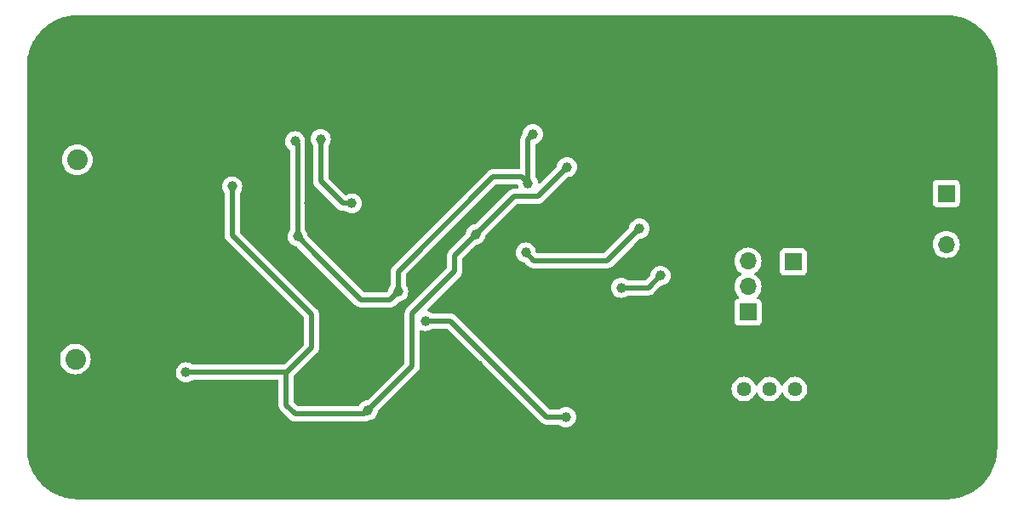
<source format=gbr>
%TF.GenerationSoftware,KiCad,Pcbnew,7.0.5*%
%TF.CreationDate,2023-08-07T14:42:52-07:00*%
%TF.ProjectId,TransimpedianceAmplifierV2,5472616e-7369-46d7-9065-6469616e6365,rev?*%
%TF.SameCoordinates,Original*%
%TF.FileFunction,Copper,L2,Bot*%
%TF.FilePolarity,Positive*%
%FSLAX46Y46*%
G04 Gerber Fmt 4.6, Leading zero omitted, Abs format (unit mm)*
G04 Created by KiCad (PCBNEW 7.0.5) date 2023-08-07 14:42:52*
%MOMM*%
%LPD*%
G01*
G04 APERTURE LIST*
%TA.AperFunction,ComponentPad*%
%ADD10C,2.050000*%
%TD*%
%TA.AperFunction,ComponentPad*%
%ADD11C,2.250000*%
%TD*%
%TA.AperFunction,ComponentPad*%
%ADD12C,5.600000*%
%TD*%
%TA.AperFunction,ComponentPad*%
%ADD13R,1.700000X1.700000*%
%TD*%
%TA.AperFunction,ComponentPad*%
%ADD14O,1.700000X1.700000*%
%TD*%
%TA.AperFunction,ComponentPad*%
%ADD15C,1.440000*%
%TD*%
%TA.AperFunction,ViaPad*%
%ADD16C,1.000000*%
%TD*%
%TA.AperFunction,Conductor*%
%ADD17C,0.500000*%
%TD*%
G04 APERTURE END LIST*
D10*
%TO.P,J3,1,Pin_1*%
%TO.N,/TransimpedanceFrontEnd/Input*%
X98806000Y-92710000D03*
D11*
%TO.P,J3,2,Pin_2*%
%TO.N,GND*%
X96266000Y-90170000D03*
X96266000Y-95250000D03*
X101346000Y-90170000D03*
X101346000Y-95250000D03*
%TD*%
D12*
%TO.P,J2,1,Pin_1*%
%TO.N,GND*%
X99060000Y-101600000D03*
%TD*%
D10*
%TO.P,J7,1,Pin_1*%
%TO.N,/OutputOffset/Output*%
X98983800Y-72847200D03*
D11*
%TO.P,J7,2,Pin_2*%
%TO.N,GND*%
X96443800Y-70307200D03*
X96443800Y-75387200D03*
X101523800Y-70307200D03*
X101523800Y-75387200D03*
%TD*%
D12*
%TO.P,J6,1,Pin_1*%
%TO.N,GND*%
X185420000Y-101600000D03*
%TD*%
D13*
%TO.P,J8,1,Pin_1*%
%TO.N,Net-(J8-Pin_1)*%
X185420000Y-76200000D03*
D14*
%TO.P,J8,2,Pin_2*%
%TO.N,GND*%
X185420000Y-78740000D03*
%TO.P,J8,3,Pin_3*%
%TO.N,Net-(J8-Pin_3)*%
X185420000Y-81280000D03*
%TD*%
D12*
%TO.P,J1,1,Pin_1*%
%TO.N,GND*%
X99060000Y-63500000D03*
%TD*%
D13*
%TO.P,JP1,1,A*%
%TO.N,Net-(JP1-A)*%
X165700000Y-88040000D03*
D14*
%TO.P,JP1,2,C*%
%TO.N,Net-(JP1-C)*%
X165700000Y-85500000D03*
%TO.P,JP1,3,B*%
%TO.N,Net-(J9-Pin_1)*%
X165700000Y-82960000D03*
%TD*%
D13*
%TO.P,J9,1,Pin_1*%
%TO.N,Net-(J9-Pin_1)*%
X170200000Y-83025000D03*
D14*
%TO.P,J9,2,Pin_2*%
%TO.N,GND*%
X170200000Y-85565000D03*
%TD*%
D12*
%TO.P,J5,1,Pin_1*%
%TO.N,GND*%
X185420000Y-63500000D03*
%TD*%
D15*
%TO.P,RV1,1,1*%
%TO.N,Net-(R18-Pad2)*%
X165300000Y-95700000D03*
%TO.P,RV1,2,2*%
%TO.N,Net-(JP1-A)*%
X167840000Y-95700000D03*
%TO.P,RV1,3,3*%
%TO.N,Net-(R19-Pad2)*%
X170380000Y-95700000D03*
%TD*%
D16*
%TO.N,GND*%
X138887200Y-93370400D03*
X130962400Y-92252800D03*
X135636000Y-61722000D03*
X102870000Y-65278000D03*
X115400000Y-96100000D03*
X162200000Y-101600000D03*
X141986000Y-103124000D03*
X102717600Y-88442800D03*
X142700000Y-84400000D03*
X103174800Y-91998800D03*
X117348000Y-75565000D03*
X153670000Y-61722000D03*
X133800000Y-91800000D03*
X112014000Y-61976000D03*
X138430000Y-82169000D03*
X138000000Y-85100000D03*
X122555000Y-93599000D03*
X101041200Y-84074000D03*
X122047000Y-77200000D03*
X98806000Y-85344000D03*
X129794000Y-61722000D03*
X163322000Y-80772000D03*
X151000000Y-80800000D03*
X108500000Y-96500000D03*
X150600000Y-65300000D03*
X97028000Y-86614000D03*
X150000000Y-77700000D03*
X130429000Y-88138000D03*
X108000000Y-76200000D03*
X117856000Y-61722000D03*
X137541000Y-79121000D03*
X147828000Y-61722000D03*
X141732000Y-61722000D03*
X115200000Y-84600000D03*
X157100000Y-94600000D03*
X157175200Y-64897000D03*
X102616000Y-99568000D03*
X102768400Y-83972400D03*
X157226000Y-70612000D03*
X153924000Y-103124000D03*
X106121200Y-82194400D03*
X103022400Y-68122800D03*
X146600000Y-90500000D03*
X105664000Y-103124000D03*
X120500000Y-84000000D03*
X163068000Y-86487000D03*
X123698000Y-61722000D03*
X102870000Y-77724000D03*
X139100000Y-73100000D03*
X119000000Y-90800000D03*
X102819200Y-82550000D03*
X112014000Y-103124000D03*
X169926000Y-77724000D03*
X117348000Y-70866000D03*
X157100000Y-88500000D03*
X132100000Y-79500000D03*
X157226000Y-101854000D03*
X111506000Y-89027000D03*
X128524000Y-84709000D03*
X128350500Y-88300000D03*
X169037000Y-68961000D03*
X132461000Y-85344000D03*
X145161000Y-95504000D03*
X136144000Y-103124000D03*
X168600000Y-98300000D03*
X157226000Y-76708000D03*
X131318000Y-73787000D03*
X141224000Y-75819000D03*
X133100000Y-67400000D03*
X129794000Y-103124000D03*
X147828000Y-71628000D03*
X138100000Y-87700000D03*
X147828000Y-103124000D03*
X137414000Y-99009200D03*
X117856000Y-103124000D03*
X142900000Y-80700000D03*
X116000000Y-90800000D03*
X148400000Y-85600000D03*
X153900000Y-76900000D03*
X141200000Y-89600000D03*
X123952000Y-103124000D03*
X168529000Y-80645000D03*
X161300000Y-96100000D03*
X126600000Y-73600000D03*
X112400000Y-79500000D03*
X163900000Y-91300000D03*
X128676400Y-94894400D03*
X122000000Y-96000000D03*
X157000000Y-82200000D03*
X111800000Y-66400000D03*
X111500000Y-85800000D03*
X105664000Y-61976000D03*
X142400000Y-69000000D03*
X159639000Y-69977000D03*
X105968800Y-87325200D03*
X120650000Y-69342000D03*
X152273000Y-86995000D03*
X159258000Y-64389000D03*
X150600000Y-70400000D03*
X169164000Y-63754000D03*
X135763000Y-75565000D03*
X170053000Y-73279000D03*
%TO.N,VSS*%
X114400000Y-75500000D03*
X138600000Y-80300000D03*
X147700000Y-73576000D03*
X109800000Y-94037500D03*
X127900000Y-97800000D03*
%TO.N,VDD*%
X130900000Y-86000000D03*
X120650500Y-71000000D03*
X147600000Y-98500000D03*
X143812500Y-75187500D03*
X120900000Y-80500000D03*
X133604000Y-88900000D03*
X144300000Y-70300000D03*
%TO.N,Net-(FB7-Pad2)*%
X154900000Y-79700000D03*
X143600000Y-82100000D03*
%TO.N,/OutputOffset/Input*%
X126300000Y-77200000D03*
X123200000Y-70800000D03*
%TO.N,/OutputOffset/Vref+*%
X153100000Y-85600000D03*
X157000000Y-84400000D03*
%TD*%
D17*
%TO.N,GND*%
X141600000Y-82800000D02*
X141600000Y-83300000D01*
X141600000Y-83300000D02*
X142700000Y-84400000D01*
X141600000Y-82000000D02*
X141600000Y-82800000D01*
X150000000Y-79800000D02*
X151000000Y-80800000D01*
X133800000Y-100780000D02*
X136144000Y-103124000D01*
X153100000Y-77700000D02*
X153900000Y-76900000D01*
X150000000Y-77700000D02*
X153100000Y-77700000D01*
X139100000Y-72300000D02*
X142400000Y-69000000D01*
X139100000Y-73100000D02*
X139100000Y-72300000D01*
X142900000Y-80700000D02*
X141600000Y-82000000D01*
X150000000Y-77700000D02*
X150000000Y-79800000D01*
X133800000Y-91800000D02*
X133800000Y-100780000D01*
%TO.N,VSS*%
X122301000Y-88265000D02*
X122301000Y-91567000D01*
X138600000Y-80300000D02*
X142412000Y-76488000D01*
X119761000Y-97282000D02*
X120650000Y-98171000D01*
X136525000Y-83947000D02*
X136525000Y-82375000D01*
X127529000Y-98171000D02*
X127900000Y-97800000D01*
X119761000Y-94037500D02*
X109800000Y-94037500D01*
X114400000Y-80364000D02*
X122301000Y-88265000D01*
X132300000Y-88172000D02*
X136525000Y-83947000D01*
X142412000Y-76488000D02*
X144788000Y-76488000D01*
X119761000Y-94037500D02*
X119761000Y-97282000D01*
X147700000Y-73576000D02*
X144788000Y-76488000D01*
X114400000Y-75500000D02*
X114400000Y-80364000D01*
X127900000Y-97800000D02*
X132300000Y-93400000D01*
X132300000Y-93400000D02*
X132300000Y-88172000D01*
X120650000Y-98171000D02*
X127529000Y-98171000D01*
X136525000Y-82375000D02*
X138600000Y-80300000D01*
X122301000Y-91567000D02*
X119830500Y-94037500D01*
X119830500Y-94037500D02*
X119761000Y-94037500D01*
%TO.N,VDD*%
X145700000Y-98500000D02*
X147600000Y-98500000D01*
X143812500Y-75187500D02*
X143812500Y-70787500D01*
X130100000Y-86800000D02*
X130900000Y-86000000D01*
X130900000Y-86000000D02*
X130900000Y-83984000D01*
X143174000Y-74549000D02*
X143812500Y-75187500D01*
X120900000Y-71249500D02*
X120650500Y-71000000D01*
X127200000Y-86800000D02*
X130100000Y-86800000D01*
X130900000Y-83984000D02*
X140335000Y-74549000D01*
X133604000Y-88900000D02*
X136100000Y-88900000D01*
X120900000Y-80500000D02*
X120900000Y-71249500D01*
X136100000Y-88900000D02*
X145700000Y-98500000D01*
X123000000Y-82600000D02*
X127200000Y-86800000D01*
X143812500Y-70787500D02*
X144300000Y-70300000D01*
X123000000Y-82600000D02*
X120900000Y-80500000D01*
X140335000Y-74549000D02*
X143174000Y-74549000D01*
%TO.N,Net-(FB7-Pad2)*%
X151700000Y-82900000D02*
X154900000Y-79700000D01*
X143600000Y-82100000D02*
X144400000Y-82900000D01*
X144400000Y-82900000D02*
X151700000Y-82900000D01*
%TO.N,/OutputOffset/Input*%
X126300000Y-77200000D02*
X125400000Y-77200000D01*
X125400000Y-77200000D02*
X123200000Y-75000000D01*
X123200000Y-75000000D02*
X123200000Y-70800000D01*
%TO.N,/OutputOffset/Vref+*%
X155800000Y-85600000D02*
X153100000Y-85600000D01*
X157000000Y-84400000D02*
X155800000Y-85600000D01*
%TD*%
%TA.AperFunction,Conductor*%
%TO.N,GND*%
G36*
X185421279Y-58420552D02*
G01*
X185637547Y-58429497D01*
X185842732Y-58438456D01*
X185847654Y-58438870D01*
X186065758Y-58466057D01*
X186270849Y-58493058D01*
X186275420Y-58493837D01*
X186490328Y-58538898D01*
X186692714Y-58583766D01*
X186696969Y-58584869D01*
X186907452Y-58647533D01*
X187105378Y-58709939D01*
X187109180Y-58711277D01*
X187313348Y-58790944D01*
X187314453Y-58791388D01*
X187450777Y-58847856D01*
X187505763Y-58870632D01*
X187509246Y-58872202D01*
X187706123Y-58968450D01*
X187707341Y-58969064D01*
X187837930Y-59037045D01*
X187891061Y-59064704D01*
X187894170Y-59066437D01*
X188082329Y-59178555D01*
X188083839Y-59179485D01*
X188258522Y-59290771D01*
X188261212Y-59292586D01*
X188439439Y-59419838D01*
X188441155Y-59421109D01*
X188605405Y-59547142D01*
X188607733Y-59549019D01*
X188774843Y-59690554D01*
X188776648Y-59692143D01*
X188929339Y-59832059D01*
X188931255Y-59833893D01*
X189086104Y-59988742D01*
X189087952Y-59990673D01*
X189227844Y-60143338D01*
X189229444Y-60145155D01*
X189370979Y-60312265D01*
X189372856Y-60314593D01*
X189498889Y-60478843D01*
X189500160Y-60480559D01*
X189627412Y-60658786D01*
X189629239Y-60661494D01*
X189740490Y-60836123D01*
X189741443Y-60837669D01*
X189853561Y-61025828D01*
X189855294Y-61028937D01*
X189950896Y-61212583D01*
X189951582Y-61213942D01*
X189977400Y-61266754D01*
X190047786Y-61410731D01*
X190049366Y-61414235D01*
X190128596Y-61605512D01*
X190129074Y-61606701D01*
X190161194Y-61689017D01*
X190208708Y-61810785D01*
X190210072Y-61814657D01*
X190272463Y-62012540D01*
X190335124Y-62223013D01*
X190336232Y-62227286D01*
X190381103Y-62429682D01*
X190426157Y-62644559D01*
X190426947Y-62649192D01*
X190453943Y-62854252D01*
X190481126Y-63072322D01*
X190481543Y-63077288D01*
X190490518Y-63282843D01*
X190499447Y-63498718D01*
X190499500Y-63501280D01*
X190499500Y-101598719D01*
X190499447Y-101601281D01*
X190490518Y-101817156D01*
X190481543Y-102022710D01*
X190481126Y-102027676D01*
X190453943Y-102245746D01*
X190426947Y-102450806D01*
X190426157Y-102455439D01*
X190381103Y-102670316D01*
X190336232Y-102872712D01*
X190335124Y-102876985D01*
X190272463Y-103087458D01*
X190210072Y-103285341D01*
X190208700Y-103289237D01*
X190129074Y-103493297D01*
X190128596Y-103494486D01*
X190049366Y-103685763D01*
X190047786Y-103689267D01*
X189951602Y-103886016D01*
X189950896Y-103887415D01*
X189855294Y-104071061D01*
X189853561Y-104074170D01*
X189741443Y-104262329D01*
X189740472Y-104263905D01*
X189629244Y-104438497D01*
X189627412Y-104441212D01*
X189500160Y-104619439D01*
X189498889Y-104621155D01*
X189372856Y-104785405D01*
X189370979Y-104787733D01*
X189229444Y-104954843D01*
X189227844Y-104956660D01*
X189087952Y-105109325D01*
X189086082Y-105111279D01*
X188931279Y-105266082D01*
X188929325Y-105267952D01*
X188776660Y-105407844D01*
X188774843Y-105409444D01*
X188607733Y-105550979D01*
X188605405Y-105552856D01*
X188441155Y-105678889D01*
X188439439Y-105680160D01*
X188261212Y-105807412D01*
X188258497Y-105809244D01*
X188083905Y-105920472D01*
X188082329Y-105921443D01*
X187894170Y-106033561D01*
X187891061Y-106035294D01*
X187707415Y-106130896D01*
X187706016Y-106131602D01*
X187509267Y-106227786D01*
X187505763Y-106229366D01*
X187314486Y-106308596D01*
X187313297Y-106309074D01*
X187109237Y-106388700D01*
X187105341Y-106390072D01*
X186907458Y-106452463D01*
X186696985Y-106515124D01*
X186692712Y-106516232D01*
X186490316Y-106561103D01*
X186275439Y-106606157D01*
X186270806Y-106606947D01*
X186065746Y-106633943D01*
X185847676Y-106661126D01*
X185842710Y-106661543D01*
X185637266Y-106670513D01*
X185427125Y-106679205D01*
X185421280Y-106679447D01*
X185418720Y-106679500D01*
X99061280Y-106679500D01*
X99058719Y-106679447D01*
X99052264Y-106679180D01*
X98842732Y-106670513D01*
X98637288Y-106661543D01*
X98632322Y-106661126D01*
X98414252Y-106633943D01*
X98209192Y-106606947D01*
X98204559Y-106606157D01*
X97989682Y-106561103D01*
X97787286Y-106516232D01*
X97783013Y-106515124D01*
X97572540Y-106452463D01*
X97374657Y-106390072D01*
X97370785Y-106388708D01*
X97238255Y-106336995D01*
X97166701Y-106309074D01*
X97165512Y-106308596D01*
X96974235Y-106229366D01*
X96970731Y-106227786D01*
X96916184Y-106201119D01*
X96773942Y-106131582D01*
X96772583Y-106130896D01*
X96588937Y-106035294D01*
X96585828Y-106033561D01*
X96397669Y-105921443D01*
X96396123Y-105920490D01*
X96221494Y-105809239D01*
X96218786Y-105807412D01*
X96040559Y-105680160D01*
X96038843Y-105678889D01*
X95874593Y-105552856D01*
X95872265Y-105550979D01*
X95705155Y-105409444D01*
X95703338Y-105407844D01*
X95550673Y-105267952D01*
X95548742Y-105266104D01*
X95393893Y-105111255D01*
X95392059Y-105109339D01*
X95252143Y-104956648D01*
X95250554Y-104954843D01*
X95109019Y-104787733D01*
X95107142Y-104785405D01*
X94981109Y-104621155D01*
X94979838Y-104619439D01*
X94852580Y-104441203D01*
X94850771Y-104438522D01*
X94739485Y-104263839D01*
X94738555Y-104262329D01*
X94626437Y-104074170D01*
X94624704Y-104071061D01*
X94597045Y-104017930D01*
X94529064Y-103887341D01*
X94528450Y-103886123D01*
X94432202Y-103689246D01*
X94430632Y-103685763D01*
X94351402Y-103494486D01*
X94350943Y-103493346D01*
X94271277Y-103289180D01*
X94269939Y-103285378D01*
X94207529Y-103087438D01*
X94196648Y-103050890D01*
X94144869Y-102876969D01*
X94143766Y-102872712D01*
X94098896Y-102670316D01*
X94053837Y-102455420D01*
X94053058Y-102450849D01*
X94026055Y-102245746D01*
X93998870Y-102027654D01*
X93998456Y-102022732D01*
X93989502Y-101817672D01*
X93980552Y-101601280D01*
X93980500Y-101598719D01*
X93980500Y-92710000D01*
X97275783Y-92710000D01*
X97294623Y-92949382D01*
X97350674Y-93182853D01*
X97350678Y-93182865D01*
X97442565Y-93404702D01*
X97568026Y-93609436D01*
X97568028Y-93609439D01*
X97723973Y-93792027D01*
X97906561Y-93947972D01*
X97909231Y-93949608D01*
X98111297Y-94073434D01*
X98208047Y-94113508D01*
X98333137Y-94165323D01*
X98566621Y-94221377D01*
X98806000Y-94240217D01*
X99045379Y-94221377D01*
X99278863Y-94165323D01*
X99500704Y-94073433D01*
X99559342Y-94037500D01*
X108794659Y-94037500D01*
X108813975Y-94233629D01*
X108833046Y-94296496D01*
X108869863Y-94417867D01*
X108871188Y-94422233D01*
X108964086Y-94596032D01*
X108964090Y-94596039D01*
X109089116Y-94748383D01*
X109241460Y-94873409D01*
X109241467Y-94873413D01*
X109415266Y-94966311D01*
X109415269Y-94966311D01*
X109415273Y-94966314D01*
X109603868Y-95023524D01*
X109800000Y-95042841D01*
X109996132Y-95023524D01*
X110184727Y-94966314D01*
X110358538Y-94873410D01*
X110428312Y-94816147D01*
X110492623Y-94788834D01*
X110506978Y-94788000D01*
X118886500Y-94788000D01*
X118953539Y-94807685D01*
X118999294Y-94860489D01*
X119010500Y-94912000D01*
X119010500Y-97218294D01*
X119009191Y-97236263D01*
X119005710Y-97260025D01*
X119010264Y-97312064D01*
X119010500Y-97317470D01*
X119010500Y-97325712D01*
X119014202Y-97357391D01*
X119014386Y-97359185D01*
X119021000Y-97434792D01*
X119022461Y-97441867D01*
X119022403Y-97441878D01*
X119024034Y-97449237D01*
X119024092Y-97449224D01*
X119025757Y-97456249D01*
X119025758Y-97456254D01*
X119025759Y-97456255D01*
X119039736Y-97494659D01*
X119051708Y-97527551D01*
X119052299Y-97529253D01*
X119076182Y-97601326D01*
X119079236Y-97607874D01*
X119079182Y-97607898D01*
X119082470Y-97614688D01*
X119082521Y-97614663D01*
X119085761Y-97621113D01*
X119085762Y-97621114D01*
X119085763Y-97621117D01*
X119127494Y-97684567D01*
X119128443Y-97686058D01*
X119150213Y-97721353D01*
X119168289Y-97750657D01*
X119172766Y-97756319D01*
X119172719Y-97756356D01*
X119177482Y-97762202D01*
X119177528Y-97762164D01*
X119182173Y-97767699D01*
X119237363Y-97819768D01*
X119238657Y-97821025D01*
X120074270Y-98656638D01*
X120086051Y-98670270D01*
X120100388Y-98689528D01*
X120140409Y-98723111D01*
X120144397Y-98726766D01*
X120150217Y-98732586D01*
X120150222Y-98732590D01*
X120150223Y-98732591D01*
X120175263Y-98752390D01*
X120176644Y-98753515D01*
X120234786Y-98802302D01*
X120234787Y-98802302D01*
X120234789Y-98802304D01*
X120240818Y-98806270D01*
X120240785Y-98806319D01*
X120247147Y-98810372D01*
X120247179Y-98810321D01*
X120253319Y-98814108D01*
X120253323Y-98814111D01*
X120291278Y-98831809D01*
X120322137Y-98846200D01*
X120323760Y-98846986D01*
X120391562Y-98881038D01*
X120398357Y-98883511D01*
X120398336Y-98883567D01*
X120405457Y-98886043D01*
X120405476Y-98885986D01*
X120412319Y-98888253D01*
X120412327Y-98888257D01*
X120486748Y-98903623D01*
X120488371Y-98903983D01*
X120562279Y-98921500D01*
X120562280Y-98921500D01*
X120562284Y-98921501D01*
X120569453Y-98922339D01*
X120569446Y-98922398D01*
X120576944Y-98923164D01*
X120576950Y-98923105D01*
X120584139Y-98923734D01*
X120584143Y-98923733D01*
X120584144Y-98923734D01*
X120612229Y-98922916D01*
X120660032Y-98921526D01*
X120661835Y-98921500D01*
X127465295Y-98921500D01*
X127483265Y-98922809D01*
X127507023Y-98926289D01*
X127559068Y-98921735D01*
X127564470Y-98921500D01*
X127572704Y-98921500D01*
X127572709Y-98921500D01*
X127604458Y-98917788D01*
X127606075Y-98917622D01*
X127681797Y-98910999D01*
X127681805Y-98910996D01*
X127688866Y-98909539D01*
X127688878Y-98909598D01*
X127696243Y-98907965D01*
X127696229Y-98907906D01*
X127703251Y-98906241D01*
X127703255Y-98906241D01*
X127774587Y-98880277D01*
X127776286Y-98879688D01*
X127848334Y-98855814D01*
X127848342Y-98855808D01*
X127854882Y-98852760D01*
X127854908Y-98852816D01*
X127861690Y-98849532D01*
X127861663Y-98849478D01*
X127868113Y-98846238D01*
X127868117Y-98846237D01*
X127910083Y-98818635D01*
X127966066Y-98798833D01*
X128096132Y-98786024D01*
X128284727Y-98728814D01*
X128458538Y-98635910D01*
X128610883Y-98510883D01*
X128735910Y-98358538D01*
X128828814Y-98184727D01*
X128886024Y-97996132D01*
X128894871Y-97906299D01*
X128921031Y-97841513D01*
X128930584Y-97830782D01*
X132785638Y-93975727D01*
X132799267Y-93963950D01*
X132818530Y-93949610D01*
X132818532Y-93949606D01*
X132818534Y-93949606D01*
X132836663Y-93927999D01*
X132852113Y-93909585D01*
X132855767Y-93905599D01*
X132861591Y-93899776D01*
X132881400Y-93874721D01*
X132882476Y-93873401D01*
X132931302Y-93815214D01*
X132931304Y-93815209D01*
X132935274Y-93809175D01*
X132935325Y-93809208D01*
X132939372Y-93802856D01*
X132939320Y-93802824D01*
X132943111Y-93796677D01*
X132945280Y-93792026D01*
X132975226Y-93727804D01*
X132975952Y-93726305D01*
X133010040Y-93658433D01*
X133010043Y-93658417D01*
X133012509Y-93651646D01*
X133012567Y-93651667D01*
X133015043Y-93644546D01*
X133014986Y-93644527D01*
X133017255Y-93637678D01*
X133017255Y-93637676D01*
X133017257Y-93637673D01*
X133032611Y-93563304D01*
X133033003Y-93561541D01*
X133050501Y-93487716D01*
X133051339Y-93480548D01*
X133051398Y-93480554D01*
X133052164Y-93473054D01*
X133052105Y-93473049D01*
X133052734Y-93465859D01*
X133050526Y-93389967D01*
X133050500Y-93388164D01*
X133050500Y-91728537D01*
X133050500Y-89944481D01*
X133070184Y-89877446D01*
X133122988Y-89831691D01*
X133192146Y-89821747D01*
X133213291Y-89827546D01*
X133213444Y-89827045D01*
X133219269Y-89828812D01*
X133219273Y-89828814D01*
X133407868Y-89886024D01*
X133604000Y-89905341D01*
X133800132Y-89886024D01*
X133988727Y-89828814D01*
X133991100Y-89827546D01*
X134075632Y-89782361D01*
X134162538Y-89735910D01*
X134232312Y-89678647D01*
X134296623Y-89651334D01*
X134310978Y-89650500D01*
X135737770Y-89650500D01*
X135804809Y-89670185D01*
X135825451Y-89686819D01*
X145124267Y-98985634D01*
X145136048Y-98999266D01*
X145150390Y-99018530D01*
X145190420Y-99052119D01*
X145194392Y-99055759D01*
X145197165Y-99058532D01*
X145200220Y-99061588D01*
X145225252Y-99081381D01*
X145226649Y-99082519D01*
X145249815Y-99101957D01*
X145284786Y-99131302D01*
X145284794Y-99131306D01*
X145290824Y-99135273D01*
X145290790Y-99135323D01*
X145297137Y-99139366D01*
X145297169Y-99139316D01*
X145303321Y-99143110D01*
X145303322Y-99143110D01*
X145303323Y-99143111D01*
X145372143Y-99175202D01*
X145373692Y-99175952D01*
X145441567Y-99210040D01*
X145441576Y-99210042D01*
X145448355Y-99212510D01*
X145448334Y-99212567D01*
X145455451Y-99215040D01*
X145455470Y-99214984D01*
X145462324Y-99217254D01*
X145462327Y-99217256D01*
X145536715Y-99232615D01*
X145538352Y-99232978D01*
X145612279Y-99250500D01*
X145612285Y-99250500D01*
X145619452Y-99251338D01*
X145619445Y-99251397D01*
X145626946Y-99252163D01*
X145626952Y-99252104D01*
X145634141Y-99252733D01*
X145634143Y-99252732D01*
X145634144Y-99252733D01*
X145655764Y-99252104D01*
X145710012Y-99250526D01*
X145711815Y-99250500D01*
X146893022Y-99250500D01*
X146960061Y-99270185D01*
X146971687Y-99278647D01*
X147041460Y-99335909D01*
X147041467Y-99335913D01*
X147215266Y-99428811D01*
X147215269Y-99428811D01*
X147215273Y-99428814D01*
X147403868Y-99486024D01*
X147600000Y-99505341D01*
X147796132Y-99486024D01*
X147984727Y-99428814D01*
X148158538Y-99335910D01*
X148310883Y-99210883D01*
X148435910Y-99058538D01*
X148508459Y-98922809D01*
X148528811Y-98884733D01*
X148528811Y-98884732D01*
X148528814Y-98884727D01*
X148586024Y-98696132D01*
X148605341Y-98500000D01*
X148586024Y-98303868D01*
X148528814Y-98115273D01*
X148528811Y-98115269D01*
X148528811Y-98115266D01*
X148435913Y-97941467D01*
X148435909Y-97941460D01*
X148310883Y-97789116D01*
X148158539Y-97664090D01*
X148158532Y-97664086D01*
X147984733Y-97571188D01*
X147984727Y-97571186D01*
X147796132Y-97513976D01*
X147796129Y-97513975D01*
X147600000Y-97494659D01*
X147403870Y-97513975D01*
X147215266Y-97571188D01*
X147041467Y-97664086D01*
X147041460Y-97664090D01*
X146971687Y-97721353D01*
X146907377Y-97748666D01*
X146893022Y-97749500D01*
X146062230Y-97749500D01*
X145995191Y-97729815D01*
X145974549Y-97713181D01*
X143961369Y-95700001D01*
X164074838Y-95700001D01*
X164093450Y-95912741D01*
X164093452Y-95912752D01*
X164148721Y-96119022D01*
X164148723Y-96119026D01*
X164148724Y-96119030D01*
X164191171Y-96210058D01*
X164238977Y-96312578D01*
X164361472Y-96487521D01*
X164512478Y-96638527D01*
X164512481Y-96638529D01*
X164687419Y-96761021D01*
X164687421Y-96761022D01*
X164687420Y-96761022D01*
X164705398Y-96769405D01*
X164880970Y-96851276D01*
X165087253Y-96906549D01*
X165238369Y-96919770D01*
X165299998Y-96925162D01*
X165300000Y-96925162D01*
X165300002Y-96925162D01*
X165353186Y-96920508D01*
X165512747Y-96906549D01*
X165719030Y-96851276D01*
X165912581Y-96761021D01*
X166087519Y-96638529D01*
X166238529Y-96487519D01*
X166361021Y-96312581D01*
X166451276Y-96119030D01*
X166451280Y-96119013D01*
X166453130Y-96113936D01*
X166455253Y-96114709D01*
X166486576Y-96063305D01*
X166549419Y-96032766D01*
X166618796Y-96041050D01*
X166672680Y-96085528D01*
X166685827Y-96114315D01*
X166686870Y-96113936D01*
X166688722Y-96119022D01*
X166688724Y-96119030D01*
X166731171Y-96210058D01*
X166778977Y-96312578D01*
X166901472Y-96487521D01*
X167052478Y-96638527D01*
X167052481Y-96638529D01*
X167227419Y-96761021D01*
X167227421Y-96761022D01*
X167227420Y-96761022D01*
X167245398Y-96769405D01*
X167420970Y-96851276D01*
X167627253Y-96906549D01*
X167778369Y-96919770D01*
X167839998Y-96925162D01*
X167840000Y-96925162D01*
X167840002Y-96925162D01*
X167893186Y-96920508D01*
X168052747Y-96906549D01*
X168259030Y-96851276D01*
X168452581Y-96761021D01*
X168627519Y-96638529D01*
X168778529Y-96487519D01*
X168901021Y-96312581D01*
X168991276Y-96119030D01*
X168991280Y-96119013D01*
X168993130Y-96113936D01*
X168995253Y-96114709D01*
X169026576Y-96063305D01*
X169089419Y-96032766D01*
X169158796Y-96041050D01*
X169212680Y-96085528D01*
X169225827Y-96114315D01*
X169226870Y-96113936D01*
X169228722Y-96119022D01*
X169228724Y-96119030D01*
X169271171Y-96210058D01*
X169318977Y-96312578D01*
X169441472Y-96487521D01*
X169592478Y-96638527D01*
X169592481Y-96638529D01*
X169767419Y-96761021D01*
X169767421Y-96761022D01*
X169767420Y-96761022D01*
X169785398Y-96769405D01*
X169960970Y-96851276D01*
X170167253Y-96906549D01*
X170318369Y-96919770D01*
X170379998Y-96925162D01*
X170380000Y-96925162D01*
X170380002Y-96925162D01*
X170433186Y-96920508D01*
X170592747Y-96906549D01*
X170799030Y-96851276D01*
X170992581Y-96761021D01*
X171167519Y-96638529D01*
X171318529Y-96487519D01*
X171441021Y-96312581D01*
X171531276Y-96119030D01*
X171586549Y-95912747D01*
X171605162Y-95700000D01*
X171586549Y-95487253D01*
X171531276Y-95280970D01*
X171441021Y-95087419D01*
X171318529Y-94912481D01*
X171318527Y-94912478D01*
X171167521Y-94761472D01*
X170992578Y-94638977D01*
X170992579Y-94638977D01*
X170863547Y-94578809D01*
X170799030Y-94548724D01*
X170799026Y-94548723D01*
X170799022Y-94548721D01*
X170592752Y-94493452D01*
X170592748Y-94493451D01*
X170592747Y-94493451D01*
X170592746Y-94493450D01*
X170592741Y-94493450D01*
X170380002Y-94474838D01*
X170379998Y-94474838D01*
X170167258Y-94493450D01*
X170167247Y-94493452D01*
X169960977Y-94548721D01*
X169960968Y-94548725D01*
X169767421Y-94638977D01*
X169592478Y-94761472D01*
X169441472Y-94912478D01*
X169318977Y-95087421D01*
X169228725Y-95280968D01*
X169226870Y-95286064D01*
X169224749Y-95285292D01*
X169193406Y-95336710D01*
X169130558Y-95367237D01*
X169061183Y-95358939D01*
X169007307Y-95314452D01*
X168994169Y-95285685D01*
X168993130Y-95286064D01*
X168991279Y-95280983D01*
X168991276Y-95280970D01*
X168901021Y-95087419D01*
X168778529Y-94912481D01*
X168778527Y-94912478D01*
X168627521Y-94761472D01*
X168452578Y-94638977D01*
X168452579Y-94638977D01*
X168323547Y-94578809D01*
X168259030Y-94548724D01*
X168259026Y-94548723D01*
X168259022Y-94548721D01*
X168052752Y-94493452D01*
X168052748Y-94493451D01*
X168052747Y-94493451D01*
X168052746Y-94493450D01*
X168052741Y-94493450D01*
X167840002Y-94474838D01*
X167839998Y-94474838D01*
X167627258Y-94493450D01*
X167627247Y-94493452D01*
X167420977Y-94548721D01*
X167420968Y-94548725D01*
X167227421Y-94638977D01*
X167052478Y-94761472D01*
X166901472Y-94912478D01*
X166778977Y-95087421D01*
X166688725Y-95280968D01*
X166686870Y-95286064D01*
X166684749Y-95285292D01*
X166653406Y-95336710D01*
X166590558Y-95367237D01*
X166521183Y-95358939D01*
X166467307Y-95314452D01*
X166454169Y-95285685D01*
X166453130Y-95286064D01*
X166451279Y-95280983D01*
X166451276Y-95280970D01*
X166361021Y-95087419D01*
X166238529Y-94912481D01*
X166238527Y-94912478D01*
X166087521Y-94761472D01*
X165912578Y-94638977D01*
X165912579Y-94638977D01*
X165783547Y-94578809D01*
X165719030Y-94548724D01*
X165719026Y-94548723D01*
X165719022Y-94548721D01*
X165512752Y-94493452D01*
X165512748Y-94493451D01*
X165512747Y-94493451D01*
X165512746Y-94493450D01*
X165512741Y-94493450D01*
X165300002Y-94474838D01*
X165299998Y-94474838D01*
X165087258Y-94493450D01*
X165087247Y-94493452D01*
X164880977Y-94548721D01*
X164880968Y-94548725D01*
X164687421Y-94638977D01*
X164512478Y-94761472D01*
X164361472Y-94912478D01*
X164238977Y-95087421D01*
X164148725Y-95280968D01*
X164148721Y-95280977D01*
X164093452Y-95487247D01*
X164093450Y-95487258D01*
X164074838Y-95699998D01*
X164074838Y-95700001D01*
X143961369Y-95700001D01*
X136675729Y-88414361D01*
X136663949Y-88400730D01*
X136656482Y-88390701D01*
X136649612Y-88381472D01*
X136649610Y-88381470D01*
X136609587Y-88347886D01*
X136605612Y-88344244D01*
X136602690Y-88341322D01*
X136599779Y-88338410D01*
X136574736Y-88318609D01*
X136573338Y-88317470D01*
X136515214Y-88268698D01*
X136509180Y-88264729D01*
X136509212Y-88264680D01*
X136502853Y-88260628D01*
X136502822Y-88260679D01*
X136496680Y-88256891D01*
X136496678Y-88256890D01*
X136496677Y-88256889D01*
X136427872Y-88224804D01*
X136426252Y-88224019D01*
X136386512Y-88204061D01*
X136358433Y-88189960D01*
X136358431Y-88189959D01*
X136358430Y-88189959D01*
X136351645Y-88187489D01*
X136351665Y-88187433D01*
X136344549Y-88184959D01*
X136344531Y-88185015D01*
X136337674Y-88182743D01*
X136263328Y-88167391D01*
X136261569Y-88167001D01*
X136187718Y-88149499D01*
X136180547Y-88148661D01*
X136180553Y-88148601D01*
X136173055Y-88147835D01*
X136173050Y-88147895D01*
X136165860Y-88147265D01*
X136089968Y-88149474D01*
X136088165Y-88149500D01*
X134310978Y-88149500D01*
X134243939Y-88129815D01*
X134232313Y-88121353D01*
X134162539Y-88064090D01*
X134162532Y-88064086D01*
X133988733Y-87971188D01*
X133988727Y-87971186D01*
X133859426Y-87931962D01*
X133800990Y-87893666D01*
X133772533Y-87829854D01*
X133783094Y-87760787D01*
X133807740Y-87725625D01*
X135933365Y-85600000D01*
X152094659Y-85600000D01*
X152113975Y-85796129D01*
X152171188Y-85984733D01*
X152264086Y-86158532D01*
X152264090Y-86158539D01*
X152389116Y-86310883D01*
X152541460Y-86435909D01*
X152541467Y-86435913D01*
X152715266Y-86528811D01*
X152715269Y-86528811D01*
X152715273Y-86528814D01*
X152903868Y-86586024D01*
X153100000Y-86605341D01*
X153296132Y-86586024D01*
X153484727Y-86528814D01*
X153658538Y-86435910D01*
X153728312Y-86378647D01*
X153792623Y-86351334D01*
X153806978Y-86350500D01*
X155736295Y-86350500D01*
X155754265Y-86351809D01*
X155778023Y-86355289D01*
X155830068Y-86350735D01*
X155835470Y-86350500D01*
X155843704Y-86350500D01*
X155843709Y-86350500D01*
X155875458Y-86346788D01*
X155877075Y-86346622D01*
X155952797Y-86339999D01*
X155952805Y-86339996D01*
X155959866Y-86338539D01*
X155959878Y-86338598D01*
X155967243Y-86336965D01*
X155967229Y-86336906D01*
X155974251Y-86335241D01*
X155974255Y-86335241D01*
X156045587Y-86309277D01*
X156047286Y-86308688D01*
X156119334Y-86284814D01*
X156119342Y-86284808D01*
X156125882Y-86281760D01*
X156125908Y-86281816D01*
X156132690Y-86278532D01*
X156132663Y-86278478D01*
X156139109Y-86275239D01*
X156139117Y-86275237D01*
X156202612Y-86233475D01*
X156203977Y-86232605D01*
X156268656Y-86192712D01*
X156268661Y-86192706D01*
X156274325Y-86188229D01*
X156274362Y-86188277D01*
X156280204Y-86183518D01*
X156280164Y-86183471D01*
X156285686Y-86178835D01*
X156285696Y-86178830D01*
X156337800Y-86123601D01*
X156338994Y-86122372D01*
X156961366Y-85500000D01*
X164344341Y-85500000D01*
X164364936Y-85735403D01*
X164364938Y-85735413D01*
X164426094Y-85963655D01*
X164426096Y-85963659D01*
X164426097Y-85963663D01*
X164516966Y-86158532D01*
X164525965Y-86177830D01*
X164525967Y-86177834D01*
X164598777Y-86281816D01*
X164661501Y-86371396D01*
X164661506Y-86371402D01*
X164783430Y-86493326D01*
X164816915Y-86554649D01*
X164811931Y-86624341D01*
X164770059Y-86680274D01*
X164739083Y-86697189D01*
X164607669Y-86746203D01*
X164607664Y-86746206D01*
X164492455Y-86832452D01*
X164492452Y-86832455D01*
X164406206Y-86947664D01*
X164406202Y-86947671D01*
X164355908Y-87082517D01*
X164349501Y-87142116D01*
X164349501Y-87142123D01*
X164349500Y-87142135D01*
X164349500Y-88937870D01*
X164349501Y-88937876D01*
X164355908Y-88997483D01*
X164406202Y-89132328D01*
X164406206Y-89132335D01*
X164492452Y-89247544D01*
X164492455Y-89247547D01*
X164607664Y-89333793D01*
X164607671Y-89333797D01*
X164742517Y-89384091D01*
X164742516Y-89384091D01*
X164749444Y-89384835D01*
X164802127Y-89390500D01*
X166597872Y-89390499D01*
X166657483Y-89384091D01*
X166792331Y-89333796D01*
X166907546Y-89247546D01*
X166993796Y-89132331D01*
X167044091Y-88997483D01*
X167050500Y-88937873D01*
X167050499Y-87142128D01*
X167044091Y-87082517D01*
X167013023Y-86999220D01*
X166993797Y-86947671D01*
X166993793Y-86947664D01*
X166907547Y-86832455D01*
X166907544Y-86832452D01*
X166792335Y-86746206D01*
X166792328Y-86746202D01*
X166660917Y-86697189D01*
X166604983Y-86655318D01*
X166580566Y-86589853D01*
X166595418Y-86521580D01*
X166616563Y-86493332D01*
X166738495Y-86371401D01*
X166874035Y-86177830D01*
X166973903Y-85963663D01*
X167035063Y-85735408D01*
X167055659Y-85500000D01*
X167035063Y-85264592D01*
X166973903Y-85036337D01*
X166874035Y-84822171D01*
X166873463Y-84821353D01*
X166738494Y-84628597D01*
X166571402Y-84461506D01*
X166571396Y-84461501D01*
X166385842Y-84331575D01*
X166342217Y-84276998D01*
X166335023Y-84207500D01*
X166366546Y-84145145D01*
X166385842Y-84128425D01*
X166414161Y-84108596D01*
X166571401Y-83998495D01*
X166647026Y-83922870D01*
X168849500Y-83922870D01*
X168849501Y-83922876D01*
X168855908Y-83982483D01*
X168906202Y-84117328D01*
X168906206Y-84117335D01*
X168992452Y-84232544D01*
X168992455Y-84232547D01*
X169107664Y-84318793D01*
X169107671Y-84318797D01*
X169242517Y-84369091D01*
X169242516Y-84369091D01*
X169243763Y-84369225D01*
X169302127Y-84375500D01*
X171097872Y-84375499D01*
X171157483Y-84369091D01*
X171292331Y-84318796D01*
X171407546Y-84232546D01*
X171493796Y-84117331D01*
X171544091Y-83982483D01*
X171550500Y-83922873D01*
X171550499Y-82127128D01*
X171544091Y-82067517D01*
X171537084Y-82048731D01*
X171493797Y-81932671D01*
X171493793Y-81932664D01*
X171407547Y-81817455D01*
X171407544Y-81817452D01*
X171292335Y-81731206D01*
X171292328Y-81731202D01*
X171157482Y-81680908D01*
X171157483Y-81680908D01*
X171097883Y-81674501D01*
X171097881Y-81674500D01*
X171097873Y-81674500D01*
X171097864Y-81674500D01*
X169302129Y-81674500D01*
X169302123Y-81674501D01*
X169242516Y-81680908D01*
X169107671Y-81731202D01*
X169107664Y-81731206D01*
X168992455Y-81817452D01*
X168992452Y-81817455D01*
X168906206Y-81932664D01*
X168906202Y-81932671D01*
X168855908Y-82067517D01*
X168849905Y-82123357D01*
X168849501Y-82127123D01*
X168849500Y-82127135D01*
X168849500Y-83922870D01*
X166647026Y-83922870D01*
X166738495Y-83831401D01*
X166874035Y-83637830D01*
X166973903Y-83423663D01*
X167035063Y-83195408D01*
X167055659Y-82960000D01*
X167035063Y-82724592D01*
X166973903Y-82496337D01*
X166874035Y-82282171D01*
X166782470Y-82151401D01*
X166738494Y-82088597D01*
X166571402Y-81921506D01*
X166571395Y-81921501D01*
X166377834Y-81785967D01*
X166377830Y-81785965D01*
X166260399Y-81731206D01*
X166163663Y-81686097D01*
X166163659Y-81686096D01*
X166163655Y-81686094D01*
X165935413Y-81624938D01*
X165935403Y-81624936D01*
X165700001Y-81604341D01*
X165699999Y-81604341D01*
X165464596Y-81624936D01*
X165464586Y-81624938D01*
X165236344Y-81686094D01*
X165236335Y-81686098D01*
X165022171Y-81785964D01*
X165022169Y-81785965D01*
X164828597Y-81921505D01*
X164661505Y-82088597D01*
X164525965Y-82282169D01*
X164525964Y-82282171D01*
X164426098Y-82496335D01*
X164426094Y-82496344D01*
X164364938Y-82724586D01*
X164364936Y-82724596D01*
X164344341Y-82959999D01*
X164344341Y-82960000D01*
X164364936Y-83195403D01*
X164364938Y-83195413D01*
X164426094Y-83423655D01*
X164426096Y-83423659D01*
X164426097Y-83423663D01*
X164515313Y-83614986D01*
X164525965Y-83637830D01*
X164525967Y-83637834D01*
X164661501Y-83831395D01*
X164661506Y-83831402D01*
X164828597Y-83998493D01*
X164828603Y-83998498D01*
X165014158Y-84128425D01*
X165057783Y-84183002D01*
X165064977Y-84252500D01*
X165033454Y-84314855D01*
X165014158Y-84331575D01*
X164828597Y-84461505D01*
X164661505Y-84628597D01*
X164525965Y-84822169D01*
X164525964Y-84822171D01*
X164426098Y-85036335D01*
X164426094Y-85036344D01*
X164364938Y-85264586D01*
X164364936Y-85264596D01*
X164344341Y-85499999D01*
X164344341Y-85500000D01*
X156961366Y-85500000D01*
X157030775Y-85430591D01*
X157092096Y-85397108D01*
X157106295Y-85394871D01*
X157196132Y-85386024D01*
X157384727Y-85328814D01*
X157558538Y-85235910D01*
X157710883Y-85110883D01*
X157835910Y-84958538D01*
X157928814Y-84784727D01*
X157986024Y-84596132D01*
X158005341Y-84400000D01*
X157986024Y-84203868D01*
X157928814Y-84015273D01*
X157928811Y-84015269D01*
X157928811Y-84015266D01*
X157835913Y-83841467D01*
X157835909Y-83841460D01*
X157710883Y-83689116D01*
X157558539Y-83564090D01*
X157558532Y-83564086D01*
X157384733Y-83471188D01*
X157384727Y-83471186D01*
X157223698Y-83422338D01*
X157196129Y-83413975D01*
X157000000Y-83394659D01*
X156803870Y-83413975D01*
X156615266Y-83471188D01*
X156441467Y-83564086D01*
X156441460Y-83564090D01*
X156289116Y-83689116D01*
X156164090Y-83841460D01*
X156164086Y-83841467D01*
X156071188Y-84015266D01*
X156013975Y-84203870D01*
X156005127Y-84293700D01*
X155978965Y-84358487D01*
X155969405Y-84369225D01*
X155525451Y-84813181D01*
X155464128Y-84846666D01*
X155437770Y-84849500D01*
X153806978Y-84849500D01*
X153739939Y-84829815D01*
X153728313Y-84821353D01*
X153658539Y-84764090D01*
X153658532Y-84764086D01*
X153484733Y-84671188D01*
X153484727Y-84671186D01*
X153296132Y-84613976D01*
X153296129Y-84613975D01*
X153100000Y-84594659D01*
X152903870Y-84613975D01*
X152715266Y-84671188D01*
X152541467Y-84764086D01*
X152541460Y-84764090D01*
X152389116Y-84889116D01*
X152264090Y-85041460D01*
X152264086Y-85041467D01*
X152171188Y-85215266D01*
X152113975Y-85403870D01*
X152094659Y-85600000D01*
X135933365Y-85600000D01*
X137010638Y-84522727D01*
X137024267Y-84510950D01*
X137043530Y-84496610D01*
X137043532Y-84496606D01*
X137043534Y-84496606D01*
X137072989Y-84461501D01*
X137077113Y-84456585D01*
X137080767Y-84452599D01*
X137086590Y-84446777D01*
X137106376Y-84421750D01*
X137107494Y-84420378D01*
X137156302Y-84362214D01*
X137156303Y-84362211D01*
X137160272Y-84356179D01*
X137160323Y-84356212D01*
X137164369Y-84349860D01*
X137164317Y-84349828D01*
X137168109Y-84343679D01*
X137168111Y-84343677D01*
X137200195Y-84274869D01*
X137200958Y-84273292D01*
X137235040Y-84205433D01*
X137235043Y-84205417D01*
X137237510Y-84198644D01*
X137237568Y-84198665D01*
X137240043Y-84191546D01*
X137239985Y-84191527D01*
X137242255Y-84184677D01*
X137252711Y-84134035D01*
X137257608Y-84110319D01*
X137257990Y-84108596D01*
X137275501Y-84034716D01*
X137276339Y-84027548D01*
X137276397Y-84027554D01*
X137277164Y-84020056D01*
X137277104Y-84020051D01*
X137277733Y-84012860D01*
X137275526Y-83936988D01*
X137275500Y-83935185D01*
X137275500Y-82737229D01*
X137295185Y-82670190D01*
X137311819Y-82649548D01*
X137861367Y-82100000D01*
X142594659Y-82100000D01*
X142613975Y-82296129D01*
X142671188Y-82484733D01*
X142764086Y-82658532D01*
X142764090Y-82658539D01*
X142889116Y-82810883D01*
X143041460Y-82935909D01*
X143041467Y-82935913D01*
X143215266Y-83028811D01*
X143215269Y-83028811D01*
X143215273Y-83028814D01*
X143403868Y-83086024D01*
X143493697Y-83094871D01*
X143558485Y-83121031D01*
X143569225Y-83130593D01*
X143824270Y-83385638D01*
X143836051Y-83399270D01*
X143850388Y-83418528D01*
X143850389Y-83418529D01*
X143850390Y-83418530D01*
X143859472Y-83426150D01*
X143890409Y-83452111D01*
X143894397Y-83455766D01*
X143900217Y-83461586D01*
X143900222Y-83461590D01*
X143900223Y-83461591D01*
X143925263Y-83481390D01*
X143926644Y-83482515D01*
X143928680Y-83484223D01*
X143984786Y-83531302D01*
X143984787Y-83531302D01*
X143984789Y-83531304D01*
X143990818Y-83535270D01*
X143990785Y-83535319D01*
X143997147Y-83539372D01*
X143997179Y-83539321D01*
X144003319Y-83543108D01*
X144003323Y-83543111D01*
X144058383Y-83568786D01*
X144072101Y-83575183D01*
X144073723Y-83575968D01*
X144085256Y-83581760D01*
X144141567Y-83610040D01*
X144141569Y-83610040D01*
X144148357Y-83612511D01*
X144148336Y-83612567D01*
X144155457Y-83615043D01*
X144155476Y-83614986D01*
X144162319Y-83617253D01*
X144162327Y-83617257D01*
X144236748Y-83632623D01*
X144238371Y-83632983D01*
X144312279Y-83650500D01*
X144312280Y-83650500D01*
X144312284Y-83650501D01*
X144319453Y-83651339D01*
X144319446Y-83651398D01*
X144326944Y-83652164D01*
X144326950Y-83652105D01*
X144334139Y-83652734D01*
X144334143Y-83652733D01*
X144334144Y-83652734D01*
X144362229Y-83651916D01*
X144410032Y-83650526D01*
X144411835Y-83650500D01*
X151636295Y-83650500D01*
X151654265Y-83651809D01*
X151678023Y-83655289D01*
X151730068Y-83650735D01*
X151735470Y-83650500D01*
X151743704Y-83650500D01*
X151743709Y-83650500D01*
X151775458Y-83646788D01*
X151777075Y-83646622D01*
X151852797Y-83639999D01*
X151852805Y-83639996D01*
X151859866Y-83638539D01*
X151859878Y-83638598D01*
X151867243Y-83636965D01*
X151867229Y-83636906D01*
X151874251Y-83635241D01*
X151874255Y-83635241D01*
X151945587Y-83609277D01*
X151947286Y-83608688D01*
X152019334Y-83584814D01*
X152019342Y-83584808D01*
X152025882Y-83581760D01*
X152025908Y-83581816D01*
X152032690Y-83578532D01*
X152032663Y-83578478D01*
X152039109Y-83575239D01*
X152039117Y-83575237D01*
X152102612Y-83533475D01*
X152103977Y-83532605D01*
X152168656Y-83492712D01*
X152168661Y-83492706D01*
X152174325Y-83488229D01*
X152174362Y-83488277D01*
X152180204Y-83483518D01*
X152180164Y-83483471D01*
X152185686Y-83478835D01*
X152185696Y-83478830D01*
X152237800Y-83423601D01*
X152238994Y-83422372D01*
X154381365Y-81280000D01*
X184064341Y-81280000D01*
X184084936Y-81515403D01*
X184084938Y-81515413D01*
X184146094Y-81743655D01*
X184146096Y-81743659D01*
X184146097Y-81743663D01*
X184229026Y-81921505D01*
X184245965Y-81957830D01*
X184245967Y-81957834D01*
X184345514Y-82100000D01*
X184381505Y-82151401D01*
X184548599Y-82318495D01*
X184643621Y-82385030D01*
X184742165Y-82454032D01*
X184742167Y-82454033D01*
X184742170Y-82454035D01*
X184956337Y-82553903D01*
X185184592Y-82615063D01*
X185372918Y-82631539D01*
X185419999Y-82635659D01*
X185420000Y-82635659D01*
X185420001Y-82635659D01*
X185459234Y-82632226D01*
X185655408Y-82615063D01*
X185883663Y-82553903D01*
X186097830Y-82454035D01*
X186291401Y-82318495D01*
X186458495Y-82151401D01*
X186594035Y-81957830D01*
X186693903Y-81743663D01*
X186755063Y-81515408D01*
X186775659Y-81280000D01*
X186755063Y-81044592D01*
X186693903Y-80816337D01*
X186594035Y-80602171D01*
X186541601Y-80527286D01*
X186458494Y-80408597D01*
X186291402Y-80241506D01*
X186291395Y-80241501D01*
X186097834Y-80105967D01*
X186097830Y-80105965D01*
X186052285Y-80084727D01*
X185883663Y-80006097D01*
X185883659Y-80006096D01*
X185883655Y-80006094D01*
X185655413Y-79944938D01*
X185655403Y-79944936D01*
X185420001Y-79924341D01*
X185419999Y-79924341D01*
X185184596Y-79944936D01*
X185184586Y-79944938D01*
X184956344Y-80006094D01*
X184956335Y-80006098D01*
X184742171Y-80105964D01*
X184742169Y-80105965D01*
X184548597Y-80241505D01*
X184381505Y-80408597D01*
X184245965Y-80602169D01*
X184245964Y-80602171D01*
X184146098Y-80816335D01*
X184146094Y-80816344D01*
X184084938Y-81044586D01*
X184084936Y-81044596D01*
X184064341Y-81279999D01*
X184064341Y-81280000D01*
X154381365Y-81280000D01*
X154930774Y-80730591D01*
X154992095Y-80697108D01*
X155006293Y-80694871D01*
X155096132Y-80686024D01*
X155284727Y-80628814D01*
X155317582Y-80611253D01*
X155371632Y-80582362D01*
X155458538Y-80535910D01*
X155610883Y-80410883D01*
X155735910Y-80258538D01*
X155828814Y-80084727D01*
X155886024Y-79896132D01*
X155905341Y-79700000D01*
X155886024Y-79503868D01*
X155828814Y-79315273D01*
X155828811Y-79315269D01*
X155828811Y-79315266D01*
X155735913Y-79141467D01*
X155735909Y-79141460D01*
X155610883Y-78989116D01*
X155458539Y-78864090D01*
X155458532Y-78864086D01*
X155284733Y-78771188D01*
X155284727Y-78771186D01*
X155096132Y-78713976D01*
X155096129Y-78713975D01*
X154900000Y-78694659D01*
X154703870Y-78713975D01*
X154515266Y-78771188D01*
X154341467Y-78864086D01*
X154341460Y-78864090D01*
X154189116Y-78989116D01*
X154064090Y-79141460D01*
X154064086Y-79141467D01*
X153971188Y-79315266D01*
X153913975Y-79503870D01*
X153905127Y-79593700D01*
X153878965Y-79658487D01*
X153869405Y-79669225D01*
X151425451Y-82113181D01*
X151364128Y-82146666D01*
X151337770Y-82149500D01*
X144762230Y-82149500D01*
X144695191Y-82129815D01*
X144674548Y-82113180D01*
X144630592Y-82069223D01*
X144597107Y-82007900D01*
X144594871Y-81993697D01*
X144592503Y-81969658D01*
X144586024Y-81903868D01*
X144528814Y-81715273D01*
X144528811Y-81715269D01*
X144528811Y-81715266D01*
X144435913Y-81541467D01*
X144435909Y-81541460D01*
X144310883Y-81389116D01*
X144158539Y-81264090D01*
X144158532Y-81264086D01*
X143984733Y-81171188D01*
X143984727Y-81171186D01*
X143796132Y-81113976D01*
X143796129Y-81113975D01*
X143600000Y-81094659D01*
X143403870Y-81113975D01*
X143215266Y-81171188D01*
X143041467Y-81264086D01*
X143041460Y-81264090D01*
X142889116Y-81389116D01*
X142764090Y-81541460D01*
X142764086Y-81541467D01*
X142671188Y-81715266D01*
X142613975Y-81903870D01*
X142594659Y-82100000D01*
X137861367Y-82100000D01*
X137967670Y-81993697D01*
X138630775Y-81330591D01*
X138692096Y-81297108D01*
X138706295Y-81294871D01*
X138796132Y-81286024D01*
X138984727Y-81228814D01*
X139158538Y-81135910D01*
X139310883Y-81010883D01*
X139435910Y-80858538D01*
X139518984Y-80703117D01*
X139528811Y-80684733D01*
X139528811Y-80684732D01*
X139528814Y-80684727D01*
X139586024Y-80496132D01*
X139594871Y-80406299D01*
X139621031Y-80341513D01*
X139630584Y-80330782D01*
X142686548Y-77274818D01*
X142747871Y-77241334D01*
X142774229Y-77238500D01*
X144724295Y-77238500D01*
X144742265Y-77239809D01*
X144766023Y-77243289D01*
X144818068Y-77238735D01*
X144823470Y-77238500D01*
X144831704Y-77238500D01*
X144831709Y-77238500D01*
X144863458Y-77234788D01*
X144865075Y-77234622D01*
X144940797Y-77227999D01*
X144940805Y-77227996D01*
X144947866Y-77226539D01*
X144947878Y-77226598D01*
X144955243Y-77224965D01*
X144955229Y-77224906D01*
X144962251Y-77223241D01*
X144962255Y-77223241D01*
X145033587Y-77197277D01*
X145035286Y-77196688D01*
X145107334Y-77172814D01*
X145107342Y-77172808D01*
X145113882Y-77169760D01*
X145113908Y-77169816D01*
X145120690Y-77166532D01*
X145120663Y-77166478D01*
X145127109Y-77163239D01*
X145127117Y-77163237D01*
X145190612Y-77121475D01*
X145191977Y-77120605D01*
X145228838Y-77097870D01*
X184069500Y-77097870D01*
X184069501Y-77097876D01*
X184075908Y-77157483D01*
X184126202Y-77292328D01*
X184126206Y-77292335D01*
X184212452Y-77407544D01*
X184212455Y-77407547D01*
X184327664Y-77493793D01*
X184327671Y-77493797D01*
X184462517Y-77544091D01*
X184462516Y-77544091D01*
X184469444Y-77544835D01*
X184522127Y-77550500D01*
X186317872Y-77550499D01*
X186377483Y-77544091D01*
X186512331Y-77493796D01*
X186627546Y-77407546D01*
X186713796Y-77292331D01*
X186764091Y-77157483D01*
X186770500Y-77097873D01*
X186770499Y-75302128D01*
X186764091Y-75242517D01*
X186757976Y-75226123D01*
X186713797Y-75107671D01*
X186713793Y-75107664D01*
X186627547Y-74992455D01*
X186627544Y-74992452D01*
X186512335Y-74906206D01*
X186512328Y-74906202D01*
X186377482Y-74855908D01*
X186377483Y-74855908D01*
X186317883Y-74849501D01*
X186317881Y-74849500D01*
X186317873Y-74849500D01*
X186317864Y-74849500D01*
X184522129Y-74849500D01*
X184522123Y-74849501D01*
X184462516Y-74855908D01*
X184327671Y-74906202D01*
X184327664Y-74906206D01*
X184212455Y-74992452D01*
X184212452Y-74992455D01*
X184126206Y-75107664D01*
X184126202Y-75107671D01*
X184075908Y-75242517D01*
X184069782Y-75299500D01*
X184069501Y-75302123D01*
X184069500Y-75302135D01*
X184069500Y-77097870D01*
X145228838Y-77097870D01*
X145256656Y-77080712D01*
X145256661Y-77080706D01*
X145262325Y-77076229D01*
X145262363Y-77076277D01*
X145268200Y-77071522D01*
X145268161Y-77071475D01*
X145273691Y-77066833D01*
X145273696Y-77066830D01*
X145325799Y-77011602D01*
X145326993Y-77010374D01*
X147730775Y-74606591D01*
X147792096Y-74573108D01*
X147806295Y-74570871D01*
X147896132Y-74562024D01*
X148084727Y-74504814D01*
X148258538Y-74411910D01*
X148410883Y-74286883D01*
X148535910Y-74134538D01*
X148626248Y-73965528D01*
X148628811Y-73960733D01*
X148628811Y-73960732D01*
X148628814Y-73960727D01*
X148686024Y-73772132D01*
X148705341Y-73576000D01*
X148686024Y-73379868D01*
X148628814Y-73191273D01*
X148628811Y-73191269D01*
X148628811Y-73191266D01*
X148535913Y-73017467D01*
X148535909Y-73017460D01*
X148410883Y-72865116D01*
X148258539Y-72740090D01*
X148258532Y-72740086D01*
X148084733Y-72647188D01*
X148084727Y-72647186D01*
X147896132Y-72589976D01*
X147896129Y-72589975D01*
X147700000Y-72570659D01*
X147503870Y-72589975D01*
X147315266Y-72647188D01*
X147141467Y-72740086D01*
X147141460Y-72740090D01*
X146989116Y-72865116D01*
X146864090Y-73017460D01*
X146864086Y-73017467D01*
X146771188Y-73191266D01*
X146713975Y-73379870D01*
X146705127Y-73469700D01*
X146678965Y-73534487D01*
X146669405Y-73545225D01*
X145021992Y-75192638D01*
X144960669Y-75226123D01*
X144890977Y-75221139D01*
X144835044Y-75179267D01*
X144810908Y-75117111D01*
X144810726Y-75115266D01*
X144798524Y-74991368D01*
X144741314Y-74802773D01*
X144741311Y-74802769D01*
X144741311Y-74802766D01*
X144648413Y-74628967D01*
X144648411Y-74628965D01*
X144648410Y-74628962D01*
X144630052Y-74606593D01*
X144591147Y-74559186D01*
X144563834Y-74494876D01*
X144563000Y-74480521D01*
X144563000Y-71357703D01*
X144582685Y-71290664D01*
X144635489Y-71244909D01*
X144650997Y-71239045D01*
X144684727Y-71228814D01*
X144858538Y-71135910D01*
X145010883Y-71010883D01*
X145135910Y-70858538D01*
X145182362Y-70771632D01*
X145228811Y-70684733D01*
X145228811Y-70684732D01*
X145228814Y-70684727D01*
X145286024Y-70496132D01*
X145305341Y-70300000D01*
X145286024Y-70103868D01*
X145228814Y-69915273D01*
X145228811Y-69915269D01*
X145228811Y-69915266D01*
X145135913Y-69741467D01*
X145135909Y-69741460D01*
X145010883Y-69589116D01*
X144858539Y-69464090D01*
X144858532Y-69464086D01*
X144684733Y-69371188D01*
X144684727Y-69371186D01*
X144496132Y-69313976D01*
X144496129Y-69313975D01*
X144300000Y-69294659D01*
X144103870Y-69313975D01*
X143915266Y-69371188D01*
X143741467Y-69464086D01*
X143741460Y-69464090D01*
X143589116Y-69589116D01*
X143464090Y-69741460D01*
X143464086Y-69741467D01*
X143371188Y-69915266D01*
X143313975Y-70103870D01*
X143305439Y-70190532D01*
X143279277Y-70255319D01*
X143277027Y-70258080D01*
X143260399Y-70277897D01*
X143256750Y-70281880D01*
X143250906Y-70287725D01*
X143231118Y-70312751D01*
X143229981Y-70314147D01*
X143181194Y-70372290D01*
X143177229Y-70378319D01*
X143177182Y-70378288D01*
X143173130Y-70384647D01*
X143173179Y-70384677D01*
X143169389Y-70390821D01*
X143137312Y-70459610D01*
X143136527Y-70461231D01*
X143102457Y-70529072D01*
X143099988Y-70535857D01*
X143099932Y-70535836D01*
X143097460Y-70542950D01*
X143097515Y-70542969D01*
X143095243Y-70549825D01*
X143079891Y-70624170D01*
X143079501Y-70625928D01*
X143061999Y-70699779D01*
X143061161Y-70706954D01*
X143061101Y-70706947D01*
X143060335Y-70714445D01*
X143060395Y-70714451D01*
X143059765Y-70721640D01*
X143061974Y-70797530D01*
X143062000Y-70799333D01*
X143062000Y-73674500D01*
X143042315Y-73741539D01*
X142989511Y-73787294D01*
X142938000Y-73798500D01*
X140398705Y-73798500D01*
X140380735Y-73797191D01*
X140356972Y-73793710D01*
X140311533Y-73797686D01*
X140304931Y-73798264D01*
X140299530Y-73798500D01*
X140291283Y-73798500D01*
X140259606Y-73802202D01*
X140257832Y-73802384D01*
X140227390Y-73805047D01*
X140182198Y-73809001D01*
X140175132Y-73810460D01*
X140175120Y-73810404D01*
X140167763Y-73812035D01*
X140167777Y-73812092D01*
X140160740Y-73813760D01*
X140089385Y-73839729D01*
X140087685Y-73840320D01*
X140015668Y-73864185D01*
X140009126Y-73867236D01*
X140009101Y-73867183D01*
X140002308Y-73870471D01*
X140002334Y-73870523D01*
X139995880Y-73873764D01*
X139932468Y-73915470D01*
X139930948Y-73916439D01*
X139866348Y-73956285D01*
X139860683Y-73960765D01*
X139860647Y-73960719D01*
X139854798Y-73965484D01*
X139854835Y-73965528D01*
X139849309Y-73970164D01*
X139797212Y-74025382D01*
X139795956Y-74026675D01*
X130414358Y-83408272D01*
X130400729Y-83420051D01*
X130381468Y-83434390D01*
X130347898Y-83474397D01*
X130344253Y-83478376D01*
X130338407Y-83484223D01*
X130318618Y-83509251D01*
X130317481Y-83510647D01*
X130268694Y-83568790D01*
X130264729Y-83574819D01*
X130264682Y-83574788D01*
X130260630Y-83581147D01*
X130260679Y-83581177D01*
X130256889Y-83587321D01*
X130224812Y-83656110D01*
X130224027Y-83657731D01*
X130189957Y-83725572D01*
X130187488Y-83732357D01*
X130187432Y-83732336D01*
X130184960Y-83739450D01*
X130185015Y-83739469D01*
X130182743Y-83746325D01*
X130167391Y-83820670D01*
X130167001Y-83822428D01*
X130149499Y-83896279D01*
X130148661Y-83903454D01*
X130148601Y-83903447D01*
X130147835Y-83910945D01*
X130147895Y-83910951D01*
X130147265Y-83918141D01*
X130149473Y-83994031D01*
X130149499Y-83995833D01*
X130149500Y-85293021D01*
X130129815Y-85360060D01*
X130121353Y-85371686D01*
X130064091Y-85441460D01*
X130064086Y-85441467D01*
X129971188Y-85615266D01*
X129913975Y-85803870D01*
X129905127Y-85893699D01*
X129878965Y-85958486D01*
X129869407Y-85969222D01*
X129825452Y-86013179D01*
X129764130Y-86046666D01*
X129737769Y-86049500D01*
X127562229Y-86049500D01*
X127495190Y-86029815D01*
X127474548Y-86013181D01*
X125496088Y-84034721D01*
X123499777Y-82038409D01*
X123499776Y-82038408D01*
X123498531Y-82037163D01*
X123498512Y-82037145D01*
X121930593Y-80469225D01*
X121897108Y-80407902D01*
X121894871Y-80393697D01*
X121889782Y-80342023D01*
X121886024Y-80303868D01*
X121828814Y-80115273D01*
X121828811Y-80115269D01*
X121828811Y-80115266D01*
X121735913Y-79941467D01*
X121735911Y-79941465D01*
X121735910Y-79941462D01*
X121714417Y-79915273D01*
X121678647Y-79871686D01*
X121651334Y-79807376D01*
X121650500Y-79793021D01*
X121650500Y-75572227D01*
X121650500Y-71313191D01*
X121651808Y-71295238D01*
X121655289Y-71271477D01*
X121650735Y-71219433D01*
X121650500Y-71214032D01*
X121650500Y-71205796D01*
X121650500Y-71205791D01*
X121646785Y-71174013D01*
X121646621Y-71172411D01*
X121643975Y-71142162D01*
X121644100Y-71119202D01*
X121655841Y-71000000D01*
X121636524Y-70803868D01*
X121635351Y-70800000D01*
X122194659Y-70800000D01*
X122213975Y-70996129D01*
X122213976Y-70996132D01*
X122256377Y-71135910D01*
X122271188Y-71184733D01*
X122364084Y-71358529D01*
X122364087Y-71358533D01*
X122364090Y-71358538D01*
X122421354Y-71428314D01*
X122448666Y-71492620D01*
X122449500Y-71506976D01*
X122449499Y-74936294D01*
X122448191Y-74954259D01*
X122444710Y-74978026D01*
X122449264Y-75030064D01*
X122449500Y-75035470D01*
X122449500Y-75043712D01*
X122453202Y-75075391D01*
X122453386Y-75077185D01*
X122460000Y-75152792D01*
X122461461Y-75159867D01*
X122461403Y-75159878D01*
X122463034Y-75167237D01*
X122463092Y-75167224D01*
X122464757Y-75174249D01*
X122464758Y-75174254D01*
X122464759Y-75174255D01*
X122489603Y-75242517D01*
X122490708Y-75245551D01*
X122491299Y-75247253D01*
X122515182Y-75319326D01*
X122518236Y-75325874D01*
X122518182Y-75325898D01*
X122521470Y-75332688D01*
X122521521Y-75332663D01*
X122524761Y-75339113D01*
X122524762Y-75339114D01*
X122524763Y-75339117D01*
X122566494Y-75402567D01*
X122567443Y-75404058D01*
X122607289Y-75468657D01*
X122611766Y-75474319D01*
X122611719Y-75474356D01*
X122616482Y-75480202D01*
X122616528Y-75480164D01*
X122621173Y-75485699D01*
X122676363Y-75537768D01*
X122677657Y-75539025D01*
X124824270Y-77685638D01*
X124836051Y-77699270D01*
X124850388Y-77718528D01*
X124890409Y-77752111D01*
X124894397Y-77755766D01*
X124900217Y-77761586D01*
X124900222Y-77761590D01*
X124900223Y-77761591D01*
X124925263Y-77781390D01*
X124926644Y-77782515D01*
X124984786Y-77831302D01*
X124984787Y-77831302D01*
X124984789Y-77831304D01*
X124990818Y-77835270D01*
X124990785Y-77835319D01*
X124997147Y-77839372D01*
X124997179Y-77839321D01*
X125003319Y-77843108D01*
X125003323Y-77843111D01*
X125041278Y-77860809D01*
X125072137Y-77875200D01*
X125073760Y-77875986D01*
X125141562Y-77910038D01*
X125148357Y-77912511D01*
X125148336Y-77912567D01*
X125155457Y-77915043D01*
X125155476Y-77914986D01*
X125162319Y-77917253D01*
X125162327Y-77917257D01*
X125236748Y-77932623D01*
X125238371Y-77932983D01*
X125312279Y-77950500D01*
X125312280Y-77950500D01*
X125312284Y-77950501D01*
X125319453Y-77951339D01*
X125319446Y-77951398D01*
X125326944Y-77952164D01*
X125326950Y-77952105D01*
X125334139Y-77952734D01*
X125334143Y-77952733D01*
X125334144Y-77952734D01*
X125362229Y-77951916D01*
X125410032Y-77950526D01*
X125411835Y-77950500D01*
X125593022Y-77950500D01*
X125660061Y-77970185D01*
X125671687Y-77978647D01*
X125741460Y-78035909D01*
X125741467Y-78035913D01*
X125915266Y-78128811D01*
X125915269Y-78128811D01*
X125915273Y-78128814D01*
X126103868Y-78186024D01*
X126300000Y-78205341D01*
X126496132Y-78186024D01*
X126684727Y-78128814D01*
X126858538Y-78035910D01*
X127010883Y-77910883D01*
X127135910Y-77758538D01*
X127228814Y-77584727D01*
X127286024Y-77396132D01*
X127305341Y-77200000D01*
X127286024Y-77003868D01*
X127228814Y-76815273D01*
X127228811Y-76815269D01*
X127228811Y-76815266D01*
X127135913Y-76641467D01*
X127135909Y-76641460D01*
X127010883Y-76489116D01*
X126858539Y-76364090D01*
X126858532Y-76364086D01*
X126684733Y-76271188D01*
X126684727Y-76271186D01*
X126496132Y-76213976D01*
X126496129Y-76213975D01*
X126300000Y-76194659D01*
X126103870Y-76213975D01*
X125915266Y-76271188D01*
X125746969Y-76361145D01*
X125678566Y-76375387D01*
X125613322Y-76350387D01*
X125600835Y-76339468D01*
X124800392Y-75539025D01*
X123986819Y-74725451D01*
X123953334Y-74664128D01*
X123950500Y-74637770D01*
X123950500Y-71506976D01*
X123970185Y-71439937D01*
X123978632Y-71428329D01*
X124035910Y-71358538D01*
X124035915Y-71358529D01*
X124128811Y-71184733D01*
X124128811Y-71184732D01*
X124128814Y-71184727D01*
X124186024Y-70996132D01*
X124205341Y-70800000D01*
X124186024Y-70603868D01*
X124128814Y-70415273D01*
X124128811Y-70415269D01*
X124128811Y-70415266D01*
X124035913Y-70241467D01*
X124035909Y-70241460D01*
X123910883Y-70089116D01*
X123758539Y-69964090D01*
X123758532Y-69964086D01*
X123584733Y-69871188D01*
X123584727Y-69871186D01*
X123396132Y-69813976D01*
X123396129Y-69813975D01*
X123200000Y-69794659D01*
X123003870Y-69813975D01*
X122815266Y-69871188D01*
X122641467Y-69964086D01*
X122641460Y-69964090D01*
X122489116Y-70089116D01*
X122364090Y-70241460D01*
X122364086Y-70241467D01*
X122271188Y-70415266D01*
X122213975Y-70603870D01*
X122194659Y-70800000D01*
X121635351Y-70800000D01*
X121579314Y-70615273D01*
X121579311Y-70615269D01*
X121579311Y-70615266D01*
X121486413Y-70441467D01*
X121486409Y-70441460D01*
X121361383Y-70289116D01*
X121209039Y-70164090D01*
X121209032Y-70164086D01*
X121035233Y-70071188D01*
X121035227Y-70071186D01*
X120846632Y-70013976D01*
X120846629Y-70013975D01*
X120650500Y-69994659D01*
X120454370Y-70013975D01*
X120265766Y-70071188D01*
X120091967Y-70164086D01*
X120091960Y-70164090D01*
X119939616Y-70289116D01*
X119814590Y-70441460D01*
X119814586Y-70441467D01*
X119721688Y-70615266D01*
X119664475Y-70803870D01*
X119645159Y-71000000D01*
X119664475Y-71196129D01*
X119669906Y-71214032D01*
X119697249Y-71304171D01*
X119721688Y-71384733D01*
X119814586Y-71558532D01*
X119814590Y-71558539D01*
X119939616Y-71710883D01*
X120091962Y-71835911D01*
X120094393Y-71837535D01*
X120095378Y-71838714D01*
X120096671Y-71839775D01*
X120096469Y-71840020D01*
X120139196Y-71891149D01*
X120149499Y-71940635D01*
X120149500Y-79793021D01*
X120129815Y-79860060D01*
X120121353Y-79871686D01*
X120064091Y-79941460D01*
X120064086Y-79941467D01*
X119971188Y-80115266D01*
X119913975Y-80303870D01*
X119894659Y-80500000D01*
X119913975Y-80696129D01*
X119913976Y-80696132D01*
X119960559Y-80849696D01*
X119971188Y-80884733D01*
X120064086Y-81058532D01*
X120064090Y-81058539D01*
X120189116Y-81210883D01*
X120341460Y-81335909D01*
X120341467Y-81335913D01*
X120515266Y-81428811D01*
X120515269Y-81428811D01*
X120515273Y-81428814D01*
X120703868Y-81486024D01*
X120793697Y-81494871D01*
X120858485Y-81521031D01*
X120869225Y-81530593D01*
X122404945Y-83066312D01*
X122404966Y-83066335D01*
X126624270Y-87285638D01*
X126636051Y-87299270D01*
X126650388Y-87318528D01*
X126650389Y-87318529D01*
X126650390Y-87318530D01*
X126655696Y-87322982D01*
X126690409Y-87352111D01*
X126694397Y-87355766D01*
X126700217Y-87361586D01*
X126700222Y-87361590D01*
X126700223Y-87361591D01*
X126725263Y-87381390D01*
X126726644Y-87382515D01*
X126784786Y-87431302D01*
X126784787Y-87431302D01*
X126784789Y-87431304D01*
X126790818Y-87435270D01*
X126790785Y-87435319D01*
X126797147Y-87439372D01*
X126797179Y-87439321D01*
X126803319Y-87443108D01*
X126803323Y-87443111D01*
X126841278Y-87460809D01*
X126872137Y-87475200D01*
X126873760Y-87475986D01*
X126941562Y-87510038D01*
X126948357Y-87512511D01*
X126948336Y-87512567D01*
X126955457Y-87515043D01*
X126955476Y-87514986D01*
X126962319Y-87517253D01*
X126962327Y-87517257D01*
X127036748Y-87532623D01*
X127038371Y-87532983D01*
X127112279Y-87550500D01*
X127112280Y-87550500D01*
X127112284Y-87550501D01*
X127119453Y-87551339D01*
X127119446Y-87551398D01*
X127126944Y-87552164D01*
X127126950Y-87552105D01*
X127134139Y-87552734D01*
X127134143Y-87552733D01*
X127134144Y-87552734D01*
X127162229Y-87551916D01*
X127210032Y-87550526D01*
X127211835Y-87550500D01*
X130036295Y-87550500D01*
X130054265Y-87551809D01*
X130078023Y-87555289D01*
X130130068Y-87550735D01*
X130135470Y-87550500D01*
X130143704Y-87550500D01*
X130143709Y-87550500D01*
X130175458Y-87546788D01*
X130177075Y-87546622D01*
X130252797Y-87539999D01*
X130252805Y-87539996D01*
X130259866Y-87538539D01*
X130259878Y-87538598D01*
X130267243Y-87536965D01*
X130267229Y-87536906D01*
X130274251Y-87535241D01*
X130274255Y-87535241D01*
X130345587Y-87509277D01*
X130347286Y-87508688D01*
X130419334Y-87484814D01*
X130419342Y-87484808D01*
X130425882Y-87481760D01*
X130425908Y-87481816D01*
X130432690Y-87478532D01*
X130432663Y-87478478D01*
X130439109Y-87475239D01*
X130439117Y-87475237D01*
X130502612Y-87433475D01*
X130503977Y-87432605D01*
X130568656Y-87392712D01*
X130568661Y-87392706D01*
X130574325Y-87388229D01*
X130574363Y-87388277D01*
X130580200Y-87383522D01*
X130580161Y-87383475D01*
X130585691Y-87378833D01*
X130585696Y-87378830D01*
X130637799Y-87323602D01*
X130638992Y-87322374D01*
X130930775Y-87030591D01*
X130992096Y-86997108D01*
X131006295Y-86994871D01*
X131096132Y-86986024D01*
X131284727Y-86928814D01*
X131458538Y-86835910D01*
X131610883Y-86710883D01*
X131735910Y-86558538D01*
X131782362Y-86471632D01*
X131828811Y-86384733D01*
X131828811Y-86384732D01*
X131828814Y-86384727D01*
X131886024Y-86196132D01*
X131905341Y-86000000D01*
X131886024Y-85803868D01*
X131828814Y-85615273D01*
X131828811Y-85615269D01*
X131828811Y-85615266D01*
X131735913Y-85441467D01*
X131735909Y-85441460D01*
X131678646Y-85371686D01*
X131651333Y-85307377D01*
X131650499Y-85293037D01*
X131650499Y-84346228D01*
X131670184Y-84279190D01*
X131686813Y-84258553D01*
X140609548Y-75335819D01*
X140670872Y-75302334D01*
X140697230Y-75299500D01*
X142708990Y-75299500D01*
X142776029Y-75319185D01*
X142821784Y-75371989D01*
X142827650Y-75387504D01*
X142885287Y-75577504D01*
X142885911Y-75647371D01*
X142848663Y-75706484D01*
X142785369Y-75736075D01*
X142766627Y-75737500D01*
X142475705Y-75737500D01*
X142457735Y-75736191D01*
X142433972Y-75732710D01*
X142388890Y-75736655D01*
X142381933Y-75737264D01*
X142376532Y-75737500D01*
X142368281Y-75737500D01*
X142336594Y-75741203D01*
X142334802Y-75741386D01*
X142259201Y-75748001D01*
X142252134Y-75749461D01*
X142252122Y-75749404D01*
X142244753Y-75751038D01*
X142244767Y-75751095D01*
X142237739Y-75752760D01*
X142166425Y-75778716D01*
X142164723Y-75779308D01*
X142092668Y-75803185D01*
X142086122Y-75806237D01*
X142086097Y-75806185D01*
X142079308Y-75809471D01*
X142079334Y-75809522D01*
X142072886Y-75812760D01*
X142009476Y-75854465D01*
X142007957Y-75855432D01*
X141943344Y-75895288D01*
X141937677Y-75899769D01*
X141937641Y-75899723D01*
X141931798Y-75904484D01*
X141931835Y-75904528D01*
X141926309Y-75909164D01*
X141874229Y-75964364D01*
X141872974Y-75965657D01*
X138569225Y-79269405D01*
X138507902Y-79302890D01*
X138493700Y-79305127D01*
X138403870Y-79313975D01*
X138215266Y-79371188D01*
X138041467Y-79464086D01*
X138041460Y-79464090D01*
X137889116Y-79589116D01*
X137764090Y-79741460D01*
X137764086Y-79741467D01*
X137671188Y-79915266D01*
X137613975Y-80103870D01*
X137605127Y-80193700D01*
X137578965Y-80258487D01*
X137569405Y-80269225D01*
X136039358Y-81799272D01*
X136025729Y-81811051D01*
X136006468Y-81825390D01*
X135972898Y-81865397D01*
X135969253Y-81869376D01*
X135963407Y-81875223D01*
X135943618Y-81900251D01*
X135942481Y-81901647D01*
X135893694Y-81959790D01*
X135889729Y-81965819D01*
X135889682Y-81965788D01*
X135885630Y-81972147D01*
X135885679Y-81972177D01*
X135881889Y-81978321D01*
X135849812Y-82047110D01*
X135849027Y-82048731D01*
X135814957Y-82116572D01*
X135812488Y-82123357D01*
X135812432Y-82123336D01*
X135809960Y-82130450D01*
X135810015Y-82130469D01*
X135807743Y-82137325D01*
X135792391Y-82211670D01*
X135792001Y-82213428D01*
X135774499Y-82287279D01*
X135773661Y-82294454D01*
X135773601Y-82294447D01*
X135772835Y-82301945D01*
X135772895Y-82301951D01*
X135772265Y-82309140D01*
X135774474Y-82385030D01*
X135774500Y-82386833D01*
X135774500Y-83584768D01*
X135754815Y-83651807D01*
X135738181Y-83672449D01*
X131814358Y-87596272D01*
X131800729Y-87608051D01*
X131781468Y-87622390D01*
X131747898Y-87662397D01*
X131744253Y-87666376D01*
X131738407Y-87672223D01*
X131718618Y-87697251D01*
X131717481Y-87698647D01*
X131668694Y-87756790D01*
X131664729Y-87762819D01*
X131664682Y-87762788D01*
X131660630Y-87769147D01*
X131660679Y-87769177D01*
X131656889Y-87775321D01*
X131624812Y-87844110D01*
X131624027Y-87845731D01*
X131589957Y-87913572D01*
X131587488Y-87920357D01*
X131587432Y-87920336D01*
X131584960Y-87927450D01*
X131585015Y-87927469D01*
X131582743Y-87934325D01*
X131567391Y-88008670D01*
X131567001Y-88010428D01*
X131549499Y-88084279D01*
X131548661Y-88091454D01*
X131548601Y-88091447D01*
X131547835Y-88098945D01*
X131547895Y-88098951D01*
X131547265Y-88106141D01*
X131549473Y-88182031D01*
X131549499Y-88183834D01*
X131549500Y-93037769D01*
X131529815Y-93104808D01*
X131513181Y-93125450D01*
X127869225Y-96769405D01*
X127807902Y-96802890D01*
X127793700Y-96805127D01*
X127703870Y-96813975D01*
X127515266Y-96871188D01*
X127341467Y-96964086D01*
X127341460Y-96964090D01*
X127189116Y-97089116D01*
X127064090Y-97241460D01*
X127064086Y-97241467D01*
X127003427Y-97354953D01*
X126954465Y-97404797D01*
X126894069Y-97420500D01*
X121012229Y-97420500D01*
X120945190Y-97400815D01*
X120924548Y-97384181D01*
X120547819Y-97007451D01*
X120514334Y-96946128D01*
X120511500Y-96919770D01*
X120511500Y-94469228D01*
X120531185Y-94402189D01*
X120547814Y-94381552D01*
X122786638Y-92142727D01*
X122800267Y-92130950D01*
X122819530Y-92116610D01*
X122819532Y-92116606D01*
X122819534Y-92116606D01*
X122837663Y-92094999D01*
X122853113Y-92076585D01*
X122856767Y-92072599D01*
X122862591Y-92066776D01*
X122882400Y-92041721D01*
X122883476Y-92040401D01*
X122932302Y-91982214D01*
X122932304Y-91982209D01*
X122936274Y-91976175D01*
X122936325Y-91976208D01*
X122940369Y-91969860D01*
X122940317Y-91969828D01*
X122944106Y-91963682D01*
X122944111Y-91963677D01*
X122976212Y-91894834D01*
X122976961Y-91893287D01*
X123011040Y-91825433D01*
X123011041Y-91825428D01*
X123013508Y-91818650D01*
X123013566Y-91818671D01*
X123016043Y-91811544D01*
X123015986Y-91811526D01*
X123018256Y-91804676D01*
X123033612Y-91730301D01*
X123033984Y-91728619D01*
X123051500Y-91654721D01*
X123051500Y-91654717D01*
X123051501Y-91654713D01*
X123052339Y-91647548D01*
X123052398Y-91647554D01*
X123053164Y-91640054D01*
X123053105Y-91640049D01*
X123053734Y-91632859D01*
X123051526Y-91556967D01*
X123051500Y-91555164D01*
X123051500Y-88328706D01*
X123052809Y-88310734D01*
X123056289Y-88286977D01*
X123056289Y-88286975D01*
X123051735Y-88234937D01*
X123051499Y-88229522D01*
X123051500Y-88221291D01*
X123047791Y-88189564D01*
X123047618Y-88187872D01*
X123040998Y-88112202D01*
X123040996Y-88112197D01*
X123039538Y-88105133D01*
X123039597Y-88105120D01*
X123037967Y-88097764D01*
X123037908Y-88097779D01*
X123036241Y-88090747D01*
X123036241Y-88090745D01*
X123010247Y-88019327D01*
X123009708Y-88017775D01*
X122985814Y-87945665D01*
X122985813Y-87945663D01*
X122982763Y-87939121D01*
X122982817Y-87939095D01*
X122979533Y-87932312D01*
X122979480Y-87932340D01*
X122976238Y-87925885D01*
X122972602Y-87920357D01*
X122934527Y-87862466D01*
X122933580Y-87860980D01*
X122893714Y-87796347D01*
X122889234Y-87790681D01*
X122889280Y-87790643D01*
X122884519Y-87784799D01*
X122884474Y-87784838D01*
X122879831Y-87779305D01*
X122824634Y-87727229D01*
X122823374Y-87726006D01*
X115186819Y-80089451D01*
X115153334Y-80028128D01*
X115150500Y-80001770D01*
X115150500Y-76206976D01*
X115170185Y-76139937D01*
X115178632Y-76128329D01*
X115235910Y-76058538D01*
X115320774Y-75899769D01*
X115328811Y-75884733D01*
X115328811Y-75884732D01*
X115328814Y-75884727D01*
X115386024Y-75696132D01*
X115405341Y-75500000D01*
X115386024Y-75303868D01*
X115328814Y-75115273D01*
X115328811Y-75115269D01*
X115328811Y-75115266D01*
X115235913Y-74941467D01*
X115235909Y-74941460D01*
X115110883Y-74789116D01*
X114958539Y-74664090D01*
X114958532Y-74664086D01*
X114784733Y-74571188D01*
X114784727Y-74571186D01*
X114658996Y-74533046D01*
X114596129Y-74513975D01*
X114400000Y-74494659D01*
X114203870Y-74513975D01*
X114015266Y-74571188D01*
X113841467Y-74664086D01*
X113841460Y-74664090D01*
X113689116Y-74789116D01*
X113564090Y-74941460D01*
X113564086Y-74941467D01*
X113471188Y-75115266D01*
X113413975Y-75303870D01*
X113394659Y-75500000D01*
X113413975Y-75696129D01*
X113413976Y-75696132D01*
X113462299Y-75855432D01*
X113471188Y-75884733D01*
X113564084Y-76058529D01*
X113564087Y-76058533D01*
X113564090Y-76058538D01*
X113621354Y-76128314D01*
X113648666Y-76192620D01*
X113649500Y-76206976D01*
X113649500Y-80300294D01*
X113648191Y-80318263D01*
X113644710Y-80342025D01*
X113649264Y-80394064D01*
X113649500Y-80399470D01*
X113649500Y-80407712D01*
X113653202Y-80439391D01*
X113653386Y-80441185D01*
X113660000Y-80516792D01*
X113661461Y-80523867D01*
X113661403Y-80523878D01*
X113663034Y-80531237D01*
X113663092Y-80531224D01*
X113664757Y-80538249D01*
X113690708Y-80609551D01*
X113691299Y-80611253D01*
X113715182Y-80683326D01*
X113718236Y-80689874D01*
X113718182Y-80689898D01*
X113721470Y-80696688D01*
X113721521Y-80696663D01*
X113724761Y-80703113D01*
X113724762Y-80703114D01*
X113724763Y-80703117D01*
X113766494Y-80766567D01*
X113767443Y-80768058D01*
X113807289Y-80832657D01*
X113811766Y-80838319D01*
X113811719Y-80838356D01*
X113816482Y-80844202D01*
X113816528Y-80844164D01*
X113821173Y-80849699D01*
X113876364Y-80901769D01*
X113877658Y-80903026D01*
X121514180Y-88539548D01*
X121547665Y-88600871D01*
X121550499Y-88627229D01*
X121550499Y-91204770D01*
X121530814Y-91271809D01*
X121514180Y-91292451D01*
X119555951Y-93250681D01*
X119494628Y-93284166D01*
X119468270Y-93287000D01*
X110506978Y-93287000D01*
X110439939Y-93267315D01*
X110428313Y-93258853D01*
X110358539Y-93201590D01*
X110358532Y-93201586D01*
X110184733Y-93108688D01*
X110184727Y-93108686D01*
X109996132Y-93051476D01*
X109996129Y-93051475D01*
X109800000Y-93032159D01*
X109603870Y-93051475D01*
X109415266Y-93108688D01*
X109241467Y-93201586D01*
X109241460Y-93201590D01*
X109089116Y-93326616D01*
X108964090Y-93478960D01*
X108964086Y-93478967D01*
X108871188Y-93652766D01*
X108813975Y-93841370D01*
X108794659Y-94037500D01*
X99559342Y-94037500D01*
X99705439Y-93947972D01*
X99888027Y-93792027D01*
X100043972Y-93609439D01*
X100169433Y-93404704D01*
X100261323Y-93182863D01*
X100317377Y-92949379D01*
X100336217Y-92710000D01*
X100317377Y-92470621D01*
X100261323Y-92237137D01*
X100193169Y-92072599D01*
X100169434Y-92015297D01*
X100053088Y-91825437D01*
X100043972Y-91810561D01*
X99888027Y-91627973D01*
X99705439Y-91472028D01*
X99705436Y-91472026D01*
X99500702Y-91346565D01*
X99307201Y-91266415D01*
X99278863Y-91254677D01*
X99278859Y-91254676D01*
X99278853Y-91254674D01*
X99045382Y-91198623D01*
X98806000Y-91179783D01*
X98566617Y-91198623D01*
X98333146Y-91254674D01*
X98333134Y-91254678D01*
X98111297Y-91346565D01*
X97906563Y-91472026D01*
X97723973Y-91627973D01*
X97568026Y-91810563D01*
X97442565Y-92015297D01*
X97350678Y-92237134D01*
X97350674Y-92237146D01*
X97294623Y-92470617D01*
X97275783Y-92710000D01*
X93980500Y-92710000D01*
X93980500Y-72847200D01*
X97453583Y-72847200D01*
X97472423Y-73086582D01*
X97528474Y-73320053D01*
X97528478Y-73320065D01*
X97620365Y-73541902D01*
X97701621Y-73674500D01*
X97745828Y-73746639D01*
X97901773Y-73929227D01*
X98084361Y-74085172D01*
X98084363Y-74085173D01*
X98289097Y-74210634D01*
X98385847Y-74250708D01*
X98510937Y-74302523D01*
X98744421Y-74358577D01*
X98983800Y-74377417D01*
X99223179Y-74358577D01*
X99456663Y-74302523D01*
X99678504Y-74210633D01*
X99883239Y-74085172D01*
X100065827Y-73929227D01*
X100221772Y-73746639D01*
X100347233Y-73541904D01*
X100439123Y-73320063D01*
X100495177Y-73086579D01*
X100514017Y-72847200D01*
X100495177Y-72607821D01*
X100439123Y-72374337D01*
X100387308Y-72249247D01*
X100347234Y-72152497D01*
X100221773Y-71947763D01*
X100221772Y-71947761D01*
X100065827Y-71765173D01*
X99883239Y-71609228D01*
X99800522Y-71558539D01*
X99678502Y-71483765D01*
X99456665Y-71391878D01*
X99456667Y-71391878D01*
X99456663Y-71391877D01*
X99456659Y-71391876D01*
X99456653Y-71391874D01*
X99223182Y-71335823D01*
X99043644Y-71321693D01*
X98983800Y-71316983D01*
X98983799Y-71316983D01*
X98744417Y-71335823D01*
X98510946Y-71391874D01*
X98510934Y-71391878D01*
X98289097Y-71483765D01*
X98084363Y-71609226D01*
X97901773Y-71765173D01*
X97745826Y-71947763D01*
X97620365Y-72152497D01*
X97528478Y-72374334D01*
X97528474Y-72374346D01*
X97472423Y-72607817D01*
X97453583Y-72847200D01*
X93980500Y-72847200D01*
X93980500Y-63501279D01*
X93980553Y-63498716D01*
X93989493Y-63282564D01*
X93998457Y-63077263D01*
X93998869Y-63072349D01*
X94026064Y-62854185D01*
X94053059Y-62649141D01*
X94053835Y-62644588D01*
X94098906Y-62429633D01*
X94143769Y-62227271D01*
X94144865Y-62223044D01*
X94207543Y-62012513D01*
X94269945Y-61814602D01*
X94271270Y-61810838D01*
X94350973Y-61606578D01*
X94351361Y-61605612D01*
X94430640Y-61414216D01*
X94432190Y-61410777D01*
X94528483Y-61213808D01*
X94529031Y-61212722D01*
X94624712Y-61028921D01*
X94626428Y-61025842D01*
X94738593Y-60837606D01*
X94739448Y-60836218D01*
X94850794Y-60661441D01*
X94852555Y-60658831D01*
X94979882Y-60480499D01*
X94981074Y-60478889D01*
X95107169Y-60314559D01*
X95108999Y-60312289D01*
X95250561Y-60145146D01*
X95252098Y-60143400D01*
X95392103Y-59990613D01*
X95393848Y-59988789D01*
X95548789Y-59833848D01*
X95550613Y-59832103D01*
X95703400Y-59692098D01*
X95705155Y-59690554D01*
X95872289Y-59548999D01*
X95874559Y-59547169D01*
X96038889Y-59421074D01*
X96040499Y-59419882D01*
X96218831Y-59292555D01*
X96221441Y-59290794D01*
X96396218Y-59179448D01*
X96397606Y-59178593D01*
X96585842Y-59066428D01*
X96588921Y-59064712D01*
X96772722Y-58969031D01*
X96773808Y-58968483D01*
X96970777Y-58872190D01*
X96974216Y-58870640D01*
X97165612Y-58791361D01*
X97166578Y-58790973D01*
X97370838Y-58711270D01*
X97374602Y-58709945D01*
X97572513Y-58647543D01*
X97783044Y-58584865D01*
X97787271Y-58583769D01*
X97989633Y-58538906D01*
X98204588Y-58493835D01*
X98209141Y-58493059D01*
X98414185Y-58466064D01*
X98632349Y-58438869D01*
X98637263Y-58438457D01*
X98842682Y-58429488D01*
X99058720Y-58420552D01*
X99061280Y-58420500D01*
X185418720Y-58420500D01*
X185421279Y-58420552D01*
G37*
%TD.AperFunction*%
%TD*%
M02*

</source>
